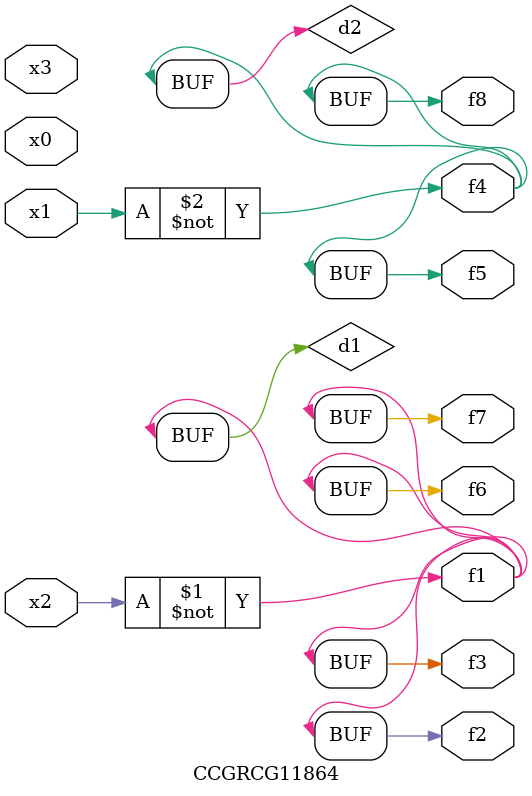
<source format=v>
module CCGRCG11864(
	input x0, x1, x2, x3,
	output f1, f2, f3, f4, f5, f6, f7, f8
);

	wire d1, d2;

	xnor (d1, x2);
	not (d2, x1);
	assign f1 = d1;
	assign f2 = d1;
	assign f3 = d1;
	assign f4 = d2;
	assign f5 = d2;
	assign f6 = d1;
	assign f7 = d1;
	assign f8 = d2;
endmodule

</source>
